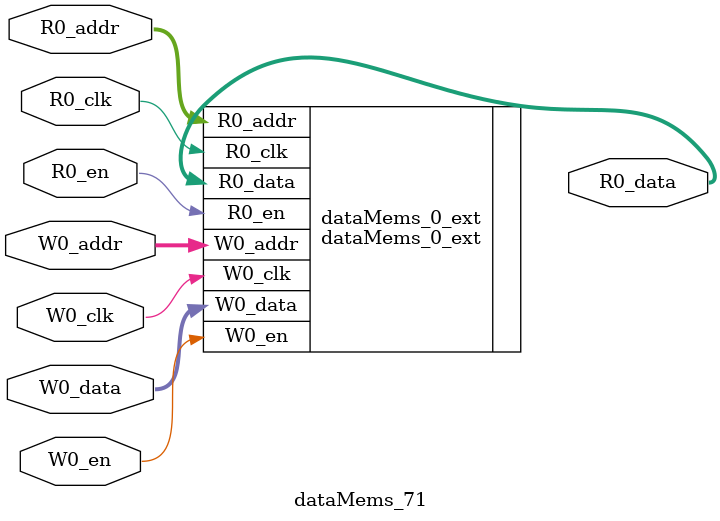
<source format=sv>
`ifndef RANDOMIZE
  `ifdef RANDOMIZE_REG_INIT
    `define RANDOMIZE
  `endif // RANDOMIZE_REG_INIT
`endif // not def RANDOMIZE
`ifndef RANDOMIZE
  `ifdef RANDOMIZE_MEM_INIT
    `define RANDOMIZE
  `endif // RANDOMIZE_MEM_INIT
`endif // not def RANDOMIZE

`ifndef RANDOM
  `define RANDOM $random
`endif // not def RANDOM

// Users can define 'PRINTF_COND' to add an extra gate to prints.
`ifndef PRINTF_COND_
  `ifdef PRINTF_COND
    `define PRINTF_COND_ (`PRINTF_COND)
  `else  // PRINTF_COND
    `define PRINTF_COND_ 1
  `endif // PRINTF_COND
`endif // not def PRINTF_COND_

// Users can define 'ASSERT_VERBOSE_COND' to add an extra gate to assert error printing.
`ifndef ASSERT_VERBOSE_COND_
  `ifdef ASSERT_VERBOSE_COND
    `define ASSERT_VERBOSE_COND_ (`ASSERT_VERBOSE_COND)
  `else  // ASSERT_VERBOSE_COND
    `define ASSERT_VERBOSE_COND_ 1
  `endif // ASSERT_VERBOSE_COND
`endif // not def ASSERT_VERBOSE_COND_

// Users can define 'STOP_COND' to add an extra gate to stop conditions.
`ifndef STOP_COND_
  `ifdef STOP_COND
    `define STOP_COND_ (`STOP_COND)
  `else  // STOP_COND
    `define STOP_COND_ 1
  `endif // STOP_COND
`endif // not def STOP_COND_

// Users can define INIT_RANDOM as general code that gets injected into the
// initializer block for modules with registers.
`ifndef INIT_RANDOM
  `define INIT_RANDOM
`endif // not def INIT_RANDOM

// If using random initialization, you can also define RANDOMIZE_DELAY to
// customize the delay used, otherwise 0.002 is used.
`ifndef RANDOMIZE_DELAY
  `define RANDOMIZE_DELAY 0.002
`endif // not def RANDOMIZE_DELAY

// Define INIT_RANDOM_PROLOG_ for use in our modules below.
`ifndef INIT_RANDOM_PROLOG_
  `ifdef RANDOMIZE
    `ifdef VERILATOR
      `define INIT_RANDOM_PROLOG_ `INIT_RANDOM
    `else  // VERILATOR
      `define INIT_RANDOM_PROLOG_ `INIT_RANDOM #`RANDOMIZE_DELAY begin end
    `endif // VERILATOR
  `else  // RANDOMIZE
    `define INIT_RANDOM_PROLOG_
  `endif // RANDOMIZE
`endif // not def INIT_RANDOM_PROLOG_

// Include register initializers in init blocks unless synthesis is set
`ifndef SYNTHESIS
  `ifndef ENABLE_INITIAL_REG_
    `define ENABLE_INITIAL_REG_
  `endif // not def ENABLE_INITIAL_REG_
`endif // not def SYNTHESIS

// Include rmemory initializers in init blocks unless synthesis is set
`ifndef SYNTHESIS
  `ifndef ENABLE_INITIAL_MEM_
    `define ENABLE_INITIAL_MEM_
  `endif // not def ENABLE_INITIAL_MEM_
`endif // not def SYNTHESIS

module dataMems_71(	// @[generators/ara/src/main/scala/UnsafeAXI4ToTL.scala:365:62]
  input  [4:0]   R0_addr,
  input          R0_en,
  input          R0_clk,
  output [258:0] R0_data,
  input  [4:0]   W0_addr,
  input          W0_en,
  input          W0_clk,
  input  [258:0] W0_data
);

  dataMems_0_ext dataMems_0_ext (	// @[generators/ara/src/main/scala/UnsafeAXI4ToTL.scala:365:62]
    .R0_addr (R0_addr),
    .R0_en   (R0_en),
    .R0_clk  (R0_clk),
    .R0_data (R0_data),
    .W0_addr (W0_addr),
    .W0_en   (W0_en),
    .W0_clk  (W0_clk),
    .W0_data (W0_data)
  );
endmodule


</source>
